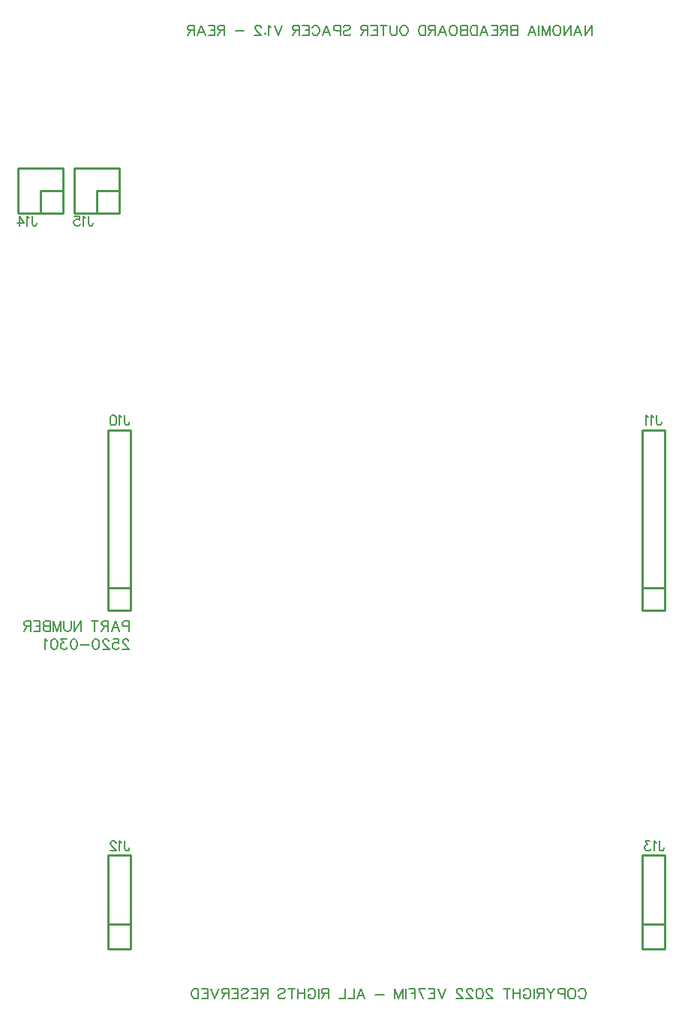
<source format=gbo>
G04 Layer: BottomSilkscreenLayer*
G04 EasyEDA v6.5.34, 2023-08-21 18:11:39*
G04 c862416320f94afeacbf5464a4b7dd8e,5a6b42c53f6a479593ecc07194224c93,10*
G04 Gerber Generator version 0.2*
G04 Scale: 100 percent, Rotated: No, Reflected: No *
G04 Dimensions in millimeters *
G04 leading zeros omitted , absolute positions ,4 integer and 5 decimal *
%FSLAX45Y45*%
%MOMM*%

%ADD10C,0.2032*%
%ADD11C,0.2030*%
%ADD12C,0.1524*%
%ADD13C,0.2540*%

%LPD*%
D10*
X6858000Y11893989D02*
G01*
X6858000Y11779445D01*
X6858000Y11893989D02*
G01*
X6781637Y11779445D01*
X6781637Y11893989D02*
G01*
X6781637Y11779445D01*
X6702000Y11893989D02*
G01*
X6745635Y11779445D01*
X6702000Y11893989D02*
G01*
X6658363Y11779445D01*
X6729272Y11817626D02*
G01*
X6674728Y11817626D01*
X6622364Y11893989D02*
G01*
X6622364Y11779445D01*
X6622364Y11893989D02*
G01*
X6546001Y11779445D01*
X6546001Y11893989D02*
G01*
X6546001Y11779445D01*
X6477274Y11893989D02*
G01*
X6488183Y11888536D01*
X6499090Y11877626D01*
X6504546Y11866717D01*
X6509999Y11850354D01*
X6509999Y11823082D01*
X6504546Y11806717D01*
X6499090Y11795808D01*
X6488183Y11784898D01*
X6477274Y11779445D01*
X6455455Y11779445D01*
X6444546Y11784898D01*
X6433637Y11795808D01*
X6428183Y11806717D01*
X6422727Y11823082D01*
X6422727Y11850354D01*
X6428183Y11866717D01*
X6433637Y11877626D01*
X6444546Y11888536D01*
X6455455Y11893989D01*
X6477274Y11893989D01*
X6386728Y11893989D02*
G01*
X6386728Y11779445D01*
X6386728Y11893989D02*
G01*
X6343091Y11779445D01*
X6299456Y11893989D02*
G01*
X6343091Y11779445D01*
X6299456Y11893989D02*
G01*
X6299456Y11779445D01*
X6263454Y11893989D02*
G01*
X6263454Y11779445D01*
X6183820Y11893989D02*
G01*
X6227455Y11779445D01*
X6183820Y11893989D02*
G01*
X6140183Y11779445D01*
X6211092Y11817626D02*
G01*
X6156545Y11817626D01*
X6020183Y11893989D02*
G01*
X6020183Y11779445D01*
X6020183Y11893989D02*
G01*
X5971092Y11893989D01*
X5954730Y11888536D01*
X5949274Y11883082D01*
X5943820Y11872173D01*
X5943820Y11861264D01*
X5949274Y11850354D01*
X5954730Y11844898D01*
X5971092Y11839445D01*
X6020183Y11839445D02*
G01*
X5971092Y11839445D01*
X5954730Y11833989D01*
X5949274Y11828536D01*
X5943820Y11817626D01*
X5943820Y11801264D01*
X5949274Y11790354D01*
X5954730Y11784898D01*
X5971092Y11779445D01*
X6020183Y11779445D01*
X5907819Y11893989D02*
G01*
X5907819Y11779445D01*
X5907819Y11893989D02*
G01*
X5858728Y11893989D01*
X5842365Y11888536D01*
X5836912Y11883082D01*
X5831456Y11872173D01*
X5831456Y11861264D01*
X5836912Y11850354D01*
X5842365Y11844898D01*
X5858728Y11839445D01*
X5907819Y11839445D01*
X5869637Y11839445D02*
G01*
X5831456Y11779445D01*
X5795457Y11893989D02*
G01*
X5795457Y11779445D01*
X5795457Y11893989D02*
G01*
X5724547Y11893989D01*
X5795457Y11839445D02*
G01*
X5751819Y11839445D01*
X5795457Y11779445D02*
G01*
X5724547Y11779445D01*
X5644911Y11893989D02*
G01*
X5688548Y11779445D01*
X5644911Y11893989D02*
G01*
X5601274Y11779445D01*
X5672183Y11817626D02*
G01*
X5617639Y11817626D01*
X5565274Y11893989D02*
G01*
X5565274Y11779445D01*
X5565274Y11893989D02*
G01*
X5527093Y11893989D01*
X5510730Y11888536D01*
X5499821Y11877626D01*
X5494365Y11866717D01*
X5488912Y11850354D01*
X5488912Y11823082D01*
X5494365Y11806717D01*
X5499821Y11795808D01*
X5510730Y11784898D01*
X5527093Y11779445D01*
X5565274Y11779445D01*
X5452912Y11893989D02*
G01*
X5452912Y11779445D01*
X5452912Y11893989D02*
G01*
X5403822Y11893989D01*
X5387456Y11888536D01*
X5382003Y11883082D01*
X5376547Y11872173D01*
X5376547Y11861264D01*
X5382003Y11850354D01*
X5387456Y11844898D01*
X5403822Y11839445D01*
X5452912Y11839445D02*
G01*
X5403822Y11839445D01*
X5387456Y11833989D01*
X5382003Y11828536D01*
X5376547Y11817626D01*
X5376547Y11801264D01*
X5382003Y11790354D01*
X5387456Y11784898D01*
X5403822Y11779445D01*
X5452912Y11779445D01*
X5307820Y11893989D02*
G01*
X5318729Y11888536D01*
X5329638Y11877626D01*
X5335094Y11866717D01*
X5340548Y11850354D01*
X5340548Y11823082D01*
X5335094Y11806717D01*
X5329638Y11795808D01*
X5318729Y11784898D01*
X5307820Y11779445D01*
X5286004Y11779445D01*
X5275094Y11784898D01*
X5264185Y11795808D01*
X5258729Y11806717D01*
X5253276Y11823082D01*
X5253276Y11850354D01*
X5258729Y11866717D01*
X5264185Y11877626D01*
X5275094Y11888536D01*
X5286004Y11893989D01*
X5307820Y11893989D01*
X5173639Y11893989D02*
G01*
X5217276Y11779445D01*
X5173639Y11893989D02*
G01*
X5130002Y11779445D01*
X5200911Y11817626D02*
G01*
X5146367Y11817626D01*
X5094003Y11893989D02*
G01*
X5094003Y11779445D01*
X5094003Y11893989D02*
G01*
X5044912Y11893989D01*
X5028549Y11888536D01*
X5023093Y11883082D01*
X5017640Y11872173D01*
X5017640Y11861264D01*
X5023093Y11850354D01*
X5028549Y11844898D01*
X5044912Y11839445D01*
X5094003Y11839445D01*
X5055821Y11839445D02*
G01*
X5017640Y11779445D01*
X4981641Y11893989D02*
G01*
X4981641Y11779445D01*
X4981641Y11893989D02*
G01*
X4943457Y11893989D01*
X4927094Y11888536D01*
X4916185Y11877626D01*
X4910731Y11866717D01*
X4905275Y11850354D01*
X4905275Y11823082D01*
X4910731Y11806717D01*
X4916185Y11795808D01*
X4927094Y11784898D01*
X4943457Y11779445D01*
X4981641Y11779445D01*
X4752550Y11893989D02*
G01*
X4763457Y11888536D01*
X4774366Y11877626D01*
X4779822Y11866717D01*
X4785276Y11850354D01*
X4785276Y11823082D01*
X4779822Y11806717D01*
X4774366Y11795808D01*
X4763457Y11784898D01*
X4752550Y11779445D01*
X4730732Y11779445D01*
X4719822Y11784898D01*
X4708913Y11795808D01*
X4703457Y11806717D01*
X4698004Y11823082D01*
X4698004Y11850354D01*
X4703457Y11866717D01*
X4708913Y11877626D01*
X4719822Y11888536D01*
X4730732Y11893989D01*
X4752550Y11893989D01*
X4662004Y11893989D02*
G01*
X4662004Y11812173D01*
X4656548Y11795808D01*
X4645639Y11784898D01*
X4629277Y11779445D01*
X4618367Y11779445D01*
X4602005Y11784898D01*
X4591095Y11795808D01*
X4585639Y11812173D01*
X4585639Y11893989D01*
X4511459Y11893989D02*
G01*
X4511459Y11779445D01*
X4549640Y11893989D02*
G01*
X4473277Y11893989D01*
X4437278Y11893989D02*
G01*
X4437278Y11779445D01*
X4437278Y11893989D02*
G01*
X4366369Y11893989D01*
X4437278Y11839445D02*
G01*
X4393641Y11839445D01*
X4437278Y11779445D02*
G01*
X4366369Y11779445D01*
X4330369Y11893989D02*
G01*
X4330369Y11779445D01*
X4330369Y11893989D02*
G01*
X4281276Y11893989D01*
X4264913Y11888536D01*
X4259460Y11883082D01*
X4254004Y11872173D01*
X4254004Y11861264D01*
X4259460Y11850354D01*
X4264913Y11844898D01*
X4281276Y11839445D01*
X4330369Y11839445D01*
X4292185Y11839445D02*
G01*
X4254004Y11779445D01*
X4057642Y11877626D02*
G01*
X4068551Y11888536D01*
X4084914Y11893989D01*
X4106732Y11893989D01*
X4123095Y11888536D01*
X4134004Y11877626D01*
X4134004Y11866717D01*
X4128551Y11855808D01*
X4123095Y11850354D01*
X4112186Y11844898D01*
X4079460Y11833989D01*
X4068551Y11828536D01*
X4063095Y11823082D01*
X4057642Y11812173D01*
X4057642Y11795808D01*
X4068551Y11784898D01*
X4084914Y11779445D01*
X4106732Y11779445D01*
X4123095Y11784898D01*
X4134004Y11795808D01*
X4021642Y11893989D02*
G01*
X4021642Y11779445D01*
X4021642Y11893989D02*
G01*
X3972552Y11893989D01*
X3956187Y11888536D01*
X3950733Y11883082D01*
X3945277Y11872173D01*
X3945277Y11855808D01*
X3950733Y11844898D01*
X3956187Y11839445D01*
X3972552Y11833989D01*
X4021642Y11833989D01*
X3865641Y11893989D02*
G01*
X3909278Y11779445D01*
X3865641Y11893989D02*
G01*
X3822006Y11779445D01*
X3892915Y11817626D02*
G01*
X3838369Y11817626D01*
X3704188Y11866717D02*
G01*
X3709642Y11877626D01*
X3720551Y11888536D01*
X3731460Y11893989D01*
X3753279Y11893989D01*
X3764188Y11888536D01*
X3775097Y11877626D01*
X3780551Y11866717D01*
X3786007Y11850354D01*
X3786007Y11823082D01*
X3780551Y11806717D01*
X3775097Y11795808D01*
X3764188Y11784898D01*
X3753279Y11779445D01*
X3731460Y11779445D01*
X3720551Y11784898D01*
X3709642Y11795808D01*
X3704188Y11806717D01*
X3668189Y11893989D02*
G01*
X3668189Y11779445D01*
X3668189Y11893989D02*
G01*
X3597280Y11893989D01*
X3668189Y11839445D02*
G01*
X3624552Y11839445D01*
X3668189Y11779445D02*
G01*
X3597280Y11779445D01*
X3561278Y11893989D02*
G01*
X3561278Y11779445D01*
X3561278Y11893989D02*
G01*
X3512187Y11893989D01*
X3495824Y11888536D01*
X3490371Y11883082D01*
X3484915Y11872173D01*
X3484915Y11861264D01*
X3490371Y11850354D01*
X3495824Y11844898D01*
X3512187Y11839445D01*
X3561278Y11839445D01*
X3523096Y11839445D02*
G01*
X3484915Y11779445D01*
X3364915Y11893989D02*
G01*
X3321278Y11779445D01*
X3277643Y11893989D02*
G01*
X3321278Y11779445D01*
X3241644Y11872173D02*
G01*
X3230735Y11877626D01*
X3214370Y11893989D01*
X3214370Y11779445D01*
X3172917Y11806717D02*
G01*
X3178370Y11801264D01*
X3172917Y11795808D01*
X3167461Y11801264D01*
X3172917Y11806717D01*
X3126008Y11866717D02*
G01*
X3126008Y11872173D01*
X3120552Y11883082D01*
X3115099Y11888536D01*
X3104189Y11893989D01*
X3082371Y11893989D01*
X3071461Y11888536D01*
X3066008Y11883082D01*
X3060552Y11872173D01*
X3060552Y11861264D01*
X3066008Y11850354D01*
X3076917Y11833989D01*
X3131461Y11779445D01*
X3055099Y11779445D01*
X2935099Y11828536D02*
G01*
X2836918Y11828536D01*
X2716918Y11893989D02*
G01*
X2716918Y11779445D01*
X2716918Y11893989D02*
G01*
X2667825Y11893989D01*
X2651462Y11888536D01*
X2646009Y11883082D01*
X2640553Y11872173D01*
X2640553Y11861264D01*
X2646009Y11850354D01*
X2651462Y11844898D01*
X2667825Y11839445D01*
X2716918Y11839445D01*
X2678734Y11839445D02*
G01*
X2640553Y11779445D01*
X2604554Y11893989D02*
G01*
X2604554Y11779445D01*
X2604554Y11893989D02*
G01*
X2533644Y11893989D01*
X2604554Y11839445D02*
G01*
X2560916Y11839445D01*
X2604554Y11779445D02*
G01*
X2533644Y11779445D01*
X2454008Y11893989D02*
G01*
X2497645Y11779445D01*
X2454008Y11893989D02*
G01*
X2410373Y11779445D01*
X2481280Y11817626D02*
G01*
X2426736Y11817626D01*
X2374371Y11893989D02*
G01*
X2374371Y11779445D01*
X2374371Y11893989D02*
G01*
X2325281Y11893989D01*
X2308918Y11888536D01*
X2303462Y11883082D01*
X2298009Y11872173D01*
X2298009Y11861264D01*
X2303462Y11850354D01*
X2308918Y11844898D01*
X2325281Y11839445D01*
X2374371Y11839445D01*
X2336190Y11839445D02*
G01*
X2298009Y11779445D01*
X1638350Y5175689D02*
G01*
X1638350Y5061145D01*
X1638350Y5175689D02*
G01*
X1589260Y5175689D01*
X1572897Y5170236D01*
X1567441Y5164782D01*
X1561988Y5153873D01*
X1561988Y5137508D01*
X1567441Y5126599D01*
X1572897Y5121145D01*
X1589260Y5115689D01*
X1638350Y5115689D01*
X1482351Y5175689D02*
G01*
X1525986Y5061145D01*
X1482351Y5175689D02*
G01*
X1438714Y5061145D01*
X1509623Y5099326D02*
G01*
X1455079Y5099326D01*
X1402714Y5175689D02*
G01*
X1402714Y5061145D01*
X1402714Y5175689D02*
G01*
X1353624Y5175689D01*
X1337261Y5170236D01*
X1331805Y5164782D01*
X1326352Y5153873D01*
X1326352Y5142964D01*
X1331805Y5132054D01*
X1337261Y5126599D01*
X1353624Y5121145D01*
X1402714Y5121145D01*
X1364533Y5121145D02*
G01*
X1326352Y5061145D01*
X1252169Y5175689D02*
G01*
X1252169Y5061145D01*
X1290351Y5175689D02*
G01*
X1213987Y5175689D01*
X1093988Y5175689D02*
G01*
X1093988Y5061145D01*
X1093988Y5175689D02*
G01*
X1017625Y5061145D01*
X1017625Y5175689D02*
G01*
X1017625Y5061145D01*
X981623Y5175689D02*
G01*
X981623Y5093873D01*
X976170Y5077508D01*
X965260Y5066599D01*
X948898Y5061145D01*
X937988Y5061145D01*
X921623Y5066599D01*
X910717Y5077508D01*
X905261Y5093873D01*
X905261Y5175689D01*
X869261Y5175689D02*
G01*
X869261Y5061145D01*
X869261Y5175689D02*
G01*
X825624Y5061145D01*
X781989Y5175689D02*
G01*
X825624Y5061145D01*
X781989Y5175689D02*
G01*
X781989Y5061145D01*
X745987Y5175689D02*
G01*
X745987Y5061145D01*
X745987Y5175689D02*
G01*
X696897Y5175689D01*
X680534Y5170236D01*
X675081Y5164782D01*
X669625Y5153873D01*
X669625Y5142964D01*
X675081Y5132054D01*
X680534Y5126599D01*
X696897Y5121145D01*
X745987Y5121145D02*
G01*
X696897Y5121145D01*
X680534Y5115689D01*
X675081Y5110236D01*
X669625Y5099326D01*
X669625Y5082964D01*
X675081Y5072054D01*
X680534Y5066599D01*
X696897Y5061145D01*
X745987Y5061145D01*
X633625Y5175689D02*
G01*
X633625Y5061145D01*
X633625Y5175689D02*
G01*
X562716Y5175689D01*
X633625Y5121145D02*
G01*
X589988Y5121145D01*
X633625Y5061145D02*
G01*
X562716Y5061145D01*
X526717Y5175689D02*
G01*
X526717Y5061145D01*
X526717Y5175689D02*
G01*
X477626Y5175689D01*
X461261Y5170236D01*
X455808Y5164782D01*
X450352Y5153873D01*
X450352Y5142964D01*
X455808Y5132054D01*
X461261Y5126599D01*
X477626Y5121145D01*
X526717Y5121145D01*
X488535Y5121145D02*
G01*
X450352Y5061145D01*
D11*
X6712706Y1003543D02*
G01*
X6718162Y1014453D01*
X6729069Y1025362D01*
X6739978Y1030818D01*
X6761797Y1030818D01*
X6772706Y1025362D01*
X6783616Y1014453D01*
X6789072Y1003543D01*
X6794525Y987181D01*
X6794525Y959909D01*
X6789072Y943543D01*
X6783616Y932634D01*
X6772706Y921725D01*
X6761797Y916271D01*
X6739978Y916271D01*
X6729069Y921725D01*
X6718162Y932634D01*
X6712706Y943543D01*
X6643979Y1030818D02*
G01*
X6654888Y1025362D01*
X6665798Y1014453D01*
X6671251Y1003543D01*
X6676707Y987181D01*
X6676707Y959909D01*
X6671251Y943543D01*
X6665798Y932634D01*
X6654888Y921725D01*
X6643979Y916271D01*
X6622161Y916271D01*
X6611251Y921725D01*
X6600342Y932634D01*
X6594889Y943543D01*
X6589435Y959909D01*
X6589435Y987181D01*
X6594889Y1003543D01*
X6600342Y1014453D01*
X6611251Y1025362D01*
X6622161Y1030818D01*
X6643979Y1030818D01*
X6553433Y1030818D02*
G01*
X6553433Y916271D01*
X6553433Y1030818D02*
G01*
X6504343Y1030818D01*
X6487980Y1025362D01*
X6482524Y1019909D01*
X6477071Y1008999D01*
X6477071Y992634D01*
X6482524Y981725D01*
X6487980Y976271D01*
X6504343Y970818D01*
X6553433Y970818D01*
X6441071Y1030818D02*
G01*
X6397434Y976271D01*
X6397434Y916271D01*
X6353797Y1030818D02*
G01*
X6397434Y976271D01*
X6317797Y1030818D02*
G01*
X6317797Y916271D01*
X6317797Y1030818D02*
G01*
X6268707Y1030818D01*
X6252344Y1025362D01*
X6246888Y1019909D01*
X6241435Y1008999D01*
X6241435Y998090D01*
X6246888Y987181D01*
X6252344Y981725D01*
X6268707Y976271D01*
X6317797Y976271D01*
X6279616Y976271D02*
G01*
X6241435Y916271D01*
X6205433Y1030818D02*
G01*
X6205433Y916271D01*
X6087615Y1003543D02*
G01*
X6093071Y1014453D01*
X6103980Y1025362D01*
X6114889Y1030818D01*
X6136706Y1030818D01*
X6147615Y1025362D01*
X6158524Y1014453D01*
X6163980Y1003543D01*
X6169433Y987181D01*
X6169433Y959909D01*
X6163980Y943543D01*
X6158524Y932634D01*
X6147615Y921725D01*
X6136706Y916271D01*
X6114889Y916271D01*
X6103980Y921725D01*
X6093071Y932634D01*
X6087615Y943543D01*
X6087615Y959909D01*
X6114889Y959909D02*
G01*
X6087615Y959909D01*
X6051616Y1030818D02*
G01*
X6051616Y916271D01*
X5975253Y1030818D02*
G01*
X5975253Y916271D01*
X6051616Y976271D02*
G01*
X5975253Y976271D01*
X5901070Y1030818D02*
G01*
X5901070Y916271D01*
X5939251Y1030818D02*
G01*
X5862888Y1030818D01*
X5737433Y1003543D02*
G01*
X5737433Y1008999D01*
X5731979Y1019909D01*
X5726526Y1025362D01*
X5715617Y1030818D01*
X5693798Y1030818D01*
X5682889Y1025362D01*
X5677433Y1019909D01*
X5671980Y1008999D01*
X5671980Y998090D01*
X5677433Y987181D01*
X5688342Y970818D01*
X5742889Y916271D01*
X5666526Y916271D01*
X5597799Y1030818D02*
G01*
X5614161Y1025362D01*
X5625071Y1008999D01*
X5630524Y981725D01*
X5630524Y965362D01*
X5625071Y938090D01*
X5614161Y921725D01*
X5597799Y916271D01*
X5586890Y916271D01*
X5570524Y921725D01*
X5559615Y938090D01*
X5554162Y965362D01*
X5554162Y981725D01*
X5559615Y1008999D01*
X5570524Y1025362D01*
X5586890Y1030818D01*
X5597799Y1030818D01*
X5512706Y1003543D02*
G01*
X5512706Y1008999D01*
X5507253Y1019909D01*
X5501797Y1025362D01*
X5490888Y1030818D01*
X5469072Y1030818D01*
X5458162Y1025362D01*
X5452706Y1019909D01*
X5447253Y1008999D01*
X5447253Y998090D01*
X5452706Y987181D01*
X5463616Y970818D01*
X5518162Y916271D01*
X5441797Y916271D01*
X5400344Y1003543D02*
G01*
X5400344Y1008999D01*
X5394888Y1019909D01*
X5389435Y1025362D01*
X5378526Y1030818D01*
X5356707Y1030818D01*
X5345798Y1025362D01*
X5340342Y1019909D01*
X5334888Y1008999D01*
X5334888Y998090D01*
X5340342Y987181D01*
X5351251Y970818D01*
X5405798Y916271D01*
X5329435Y916271D01*
X5209433Y1030818D02*
G01*
X5165798Y916271D01*
X5122161Y1030818D02*
G01*
X5165798Y916271D01*
X5086162Y1030818D02*
G01*
X5086162Y916271D01*
X5086162Y1030818D02*
G01*
X5015252Y1030818D01*
X5086162Y976271D02*
G01*
X5042524Y976271D01*
X5086162Y916271D02*
G01*
X5015252Y916271D01*
X4902888Y1030818D02*
G01*
X4957434Y916271D01*
X4979253Y1030818D02*
G01*
X4902888Y1030818D01*
X4866888Y1030818D02*
G01*
X4866888Y916271D01*
X4866888Y1030818D02*
G01*
X4795979Y1030818D01*
X4866888Y976271D02*
G01*
X4823251Y976271D01*
X4759980Y1030818D02*
G01*
X4759980Y916271D01*
X4723980Y1030818D02*
G01*
X4723980Y916271D01*
X4723980Y1030818D02*
G01*
X4680343Y916271D01*
X4636706Y1030818D02*
G01*
X4680343Y916271D01*
X4636706Y1030818D02*
G01*
X4636706Y916271D01*
X4516706Y965362D02*
G01*
X4418525Y965362D01*
X4254888Y1030818D02*
G01*
X4298525Y916271D01*
X4254888Y1030818D02*
G01*
X4211251Y916271D01*
X4282160Y954453D02*
G01*
X4227616Y954453D01*
X4175252Y1030818D02*
G01*
X4175252Y916271D01*
X4175252Y916271D02*
G01*
X4109798Y916271D01*
X4073799Y1030818D02*
G01*
X4073799Y916271D01*
X4073799Y916271D02*
G01*
X4008343Y916271D01*
X3888343Y1030818D02*
G01*
X3888343Y916271D01*
X3888343Y1030818D02*
G01*
X3839253Y1030818D01*
X3822887Y1025362D01*
X3817434Y1019909D01*
X3811981Y1008999D01*
X3811981Y998090D01*
X3817434Y987181D01*
X3822887Y981725D01*
X3839253Y976271D01*
X3888343Y976271D01*
X3850162Y976271D02*
G01*
X3811981Y916271D01*
X3775979Y1030818D02*
G01*
X3775979Y916271D01*
X3658161Y1003543D02*
G01*
X3663617Y1014453D01*
X3674526Y1025362D01*
X3685433Y1030818D01*
X3707251Y1030818D01*
X3718161Y1025362D01*
X3729070Y1014453D01*
X3734526Y1003543D01*
X3739979Y987181D01*
X3739979Y959909D01*
X3734526Y943543D01*
X3729070Y932634D01*
X3718161Y921725D01*
X3707251Y916271D01*
X3685433Y916271D01*
X3674526Y921725D01*
X3663617Y932634D01*
X3658161Y943543D01*
X3658161Y959909D01*
X3685433Y959909D02*
G01*
X3658161Y959909D01*
X3622161Y1030818D02*
G01*
X3622161Y916271D01*
X3545799Y1030818D02*
G01*
X3545799Y916271D01*
X3622161Y976271D02*
G01*
X3545799Y976271D01*
X3471616Y1030818D02*
G01*
X3471616Y916271D01*
X3509797Y1030818D02*
G01*
X3433434Y1030818D01*
X3321070Y1014453D02*
G01*
X3331979Y1025362D01*
X3348344Y1030818D01*
X3370160Y1030818D01*
X3386526Y1025362D01*
X3397435Y1014453D01*
X3397435Y1003543D01*
X3391979Y992634D01*
X3386526Y987181D01*
X3375616Y981725D01*
X3342888Y970818D01*
X3331979Y965362D01*
X3326526Y959909D01*
X3321070Y948999D01*
X3321070Y932634D01*
X3331979Y921725D01*
X3348344Y916271D01*
X3370160Y916271D01*
X3386526Y921725D01*
X3397435Y932634D01*
X3201070Y1030818D02*
G01*
X3201070Y916271D01*
X3201070Y1030818D02*
G01*
X3151979Y1030818D01*
X3135617Y1025362D01*
X3130161Y1019909D01*
X3124708Y1008999D01*
X3124708Y998090D01*
X3130161Y987181D01*
X3135617Y981725D01*
X3151979Y976271D01*
X3201070Y976271D01*
X3162889Y976271D02*
G01*
X3124708Y916271D01*
X3088706Y1030818D02*
G01*
X3088706Y916271D01*
X3088706Y1030818D02*
G01*
X3017796Y1030818D01*
X3088706Y976271D02*
G01*
X3045071Y976271D01*
X3088706Y916271D02*
G01*
X3017796Y916271D01*
X2905434Y1014453D02*
G01*
X2916344Y1025362D01*
X2932706Y1030818D01*
X2954525Y1030818D01*
X2970888Y1025362D01*
X2981797Y1014453D01*
X2981797Y1003543D01*
X2976344Y992634D01*
X2970888Y987181D01*
X2959978Y981725D01*
X2927253Y970818D01*
X2916344Y965362D01*
X2910888Y959909D01*
X2905434Y948999D01*
X2905434Y932634D01*
X2916344Y921725D01*
X2932706Y916271D01*
X2954525Y916271D01*
X2970888Y921725D01*
X2981797Y932634D01*
X2869435Y1030818D02*
G01*
X2869435Y916271D01*
X2869435Y1030818D02*
G01*
X2798526Y1030818D01*
X2869435Y976271D02*
G01*
X2825798Y976271D01*
X2869435Y916271D02*
G01*
X2798526Y916271D01*
X2762524Y1030818D02*
G01*
X2762524Y916271D01*
X2762524Y1030818D02*
G01*
X2713433Y1030818D01*
X2697071Y1025362D01*
X2691615Y1019909D01*
X2686161Y1008999D01*
X2686161Y998090D01*
X2691615Y987181D01*
X2697071Y981725D01*
X2713433Y976271D01*
X2762524Y976271D01*
X2724343Y976271D02*
G01*
X2686161Y916271D01*
X2650162Y1030818D02*
G01*
X2606525Y916271D01*
X2562887Y1030818D02*
G01*
X2606525Y916271D01*
X2526888Y1030818D02*
G01*
X2526888Y916271D01*
X2526888Y1030818D02*
G01*
X2455979Y1030818D01*
X2526888Y976271D02*
G01*
X2483253Y976271D01*
X2526888Y916271D02*
G01*
X2455979Y916271D01*
X2419979Y1030818D02*
G01*
X2419979Y916271D01*
X2419979Y1030818D02*
G01*
X2381798Y1030818D01*
X2365433Y1025362D01*
X2354526Y1014453D01*
X2349070Y1003543D01*
X2343617Y987181D01*
X2343617Y959909D01*
X2349070Y943543D01*
X2354526Y932634D01*
X2365433Y921725D01*
X2381798Y916271D01*
X2419979Y916271D01*
D10*
X1632846Y4945217D02*
G01*
X1632846Y4950673D01*
X1627390Y4961582D01*
X1621937Y4967036D01*
X1611028Y4972489D01*
X1589209Y4972489D01*
X1578300Y4967036D01*
X1572846Y4961582D01*
X1567390Y4950673D01*
X1567390Y4939764D01*
X1572846Y4928854D01*
X1583753Y4912489D01*
X1638300Y4857945D01*
X1561937Y4857945D01*
X1460482Y4972489D02*
G01*
X1515028Y4972489D01*
X1520482Y4923399D01*
X1515028Y4928854D01*
X1498663Y4934308D01*
X1482300Y4934308D01*
X1465935Y4928854D01*
X1455028Y4917945D01*
X1449572Y4901582D01*
X1449572Y4890673D01*
X1455028Y4874308D01*
X1465935Y4863399D01*
X1482300Y4857945D01*
X1498663Y4857945D01*
X1515028Y4863399D01*
X1520482Y4868854D01*
X1525935Y4879764D01*
X1408117Y4945217D02*
G01*
X1408117Y4950673D01*
X1402664Y4961582D01*
X1397210Y4967036D01*
X1386301Y4972489D01*
X1364482Y4972489D01*
X1353573Y4967036D01*
X1348117Y4961582D01*
X1342664Y4950673D01*
X1342664Y4939764D01*
X1348117Y4928854D01*
X1359027Y4912489D01*
X1413573Y4857945D01*
X1337210Y4857945D01*
X1268483Y4972489D02*
G01*
X1284846Y4967036D01*
X1295755Y4950673D01*
X1301208Y4923399D01*
X1301208Y4907036D01*
X1295755Y4879764D01*
X1284846Y4863399D01*
X1268483Y4857945D01*
X1257574Y4857945D01*
X1241209Y4863399D01*
X1230300Y4879764D01*
X1224846Y4907036D01*
X1224846Y4923399D01*
X1230300Y4950673D01*
X1241209Y4967036D01*
X1257574Y4972489D01*
X1268483Y4972489D01*
X1188846Y4907036D02*
G01*
X1090665Y4907036D01*
X1021938Y4972489D02*
G01*
X1038301Y4967036D01*
X1049210Y4950673D01*
X1054663Y4923399D01*
X1054663Y4907036D01*
X1049210Y4879764D01*
X1038301Y4863399D01*
X1021938Y4857945D01*
X1011029Y4857945D01*
X994663Y4863399D01*
X983754Y4879764D01*
X978301Y4907036D01*
X978301Y4923399D01*
X983754Y4950673D01*
X994663Y4967036D01*
X1011029Y4972489D01*
X1021938Y4972489D01*
X931392Y4972489D02*
G01*
X871392Y4972489D01*
X904120Y4928854D01*
X887755Y4928854D01*
X876846Y4923399D01*
X871392Y4917945D01*
X865936Y4901582D01*
X865936Y4890673D01*
X871392Y4874308D01*
X882302Y4863399D01*
X898664Y4857945D01*
X915029Y4857945D01*
X931392Y4863399D01*
X936845Y4868854D01*
X942301Y4879764D01*
X797212Y4972489D02*
G01*
X813574Y4967036D01*
X824484Y4950673D01*
X829937Y4923399D01*
X829937Y4907036D01*
X824484Y4879764D01*
X813574Y4863399D01*
X797212Y4857945D01*
X786302Y4857945D01*
X769937Y4863399D01*
X759028Y4879764D01*
X753574Y4907036D01*
X753574Y4923399D01*
X759028Y4950673D01*
X769937Y4967036D01*
X786302Y4972489D01*
X797212Y4972489D01*
X717575Y4950673D02*
G01*
X706666Y4956126D01*
X690300Y4972489D01*
X690300Y4857945D01*
D12*
X544941Y9741938D02*
G01*
X544941Y9658812D01*
X550138Y9643224D01*
X555332Y9638029D01*
X565724Y9632835D01*
X576115Y9632835D01*
X586506Y9638029D01*
X591703Y9643224D01*
X596897Y9658812D01*
X596897Y9669203D01*
X510651Y9721156D02*
G01*
X500263Y9726353D01*
X484675Y9741938D01*
X484675Y9632835D01*
X398432Y9741938D02*
G01*
X450385Y9669203D01*
X372452Y9669203D01*
X398432Y9741938D02*
G01*
X398432Y9632835D01*
X1179941Y9741938D02*
G01*
X1179941Y9658812D01*
X1185138Y9643224D01*
X1190332Y9638029D01*
X1200724Y9632835D01*
X1211115Y9632835D01*
X1221506Y9638029D01*
X1226703Y9643224D01*
X1231897Y9658812D01*
X1231897Y9669203D01*
X1145651Y9721156D02*
G01*
X1135263Y9726353D01*
X1119675Y9741938D01*
X1119675Y9632835D01*
X1023040Y9741938D02*
G01*
X1074994Y9741938D01*
X1080190Y9695179D01*
X1074994Y9700374D01*
X1059408Y9705571D01*
X1043823Y9705571D01*
X1028235Y9700374D01*
X1017844Y9689985D01*
X1012649Y9674397D01*
X1012649Y9664006D01*
X1017844Y9648421D01*
X1028235Y9638029D01*
X1043823Y9632835D01*
X1059408Y9632835D01*
X1074994Y9638029D01*
X1080190Y9643224D01*
X1085385Y9653615D01*
X7622374Y2693438D02*
G01*
X7622374Y2610312D01*
X7627571Y2594724D01*
X7632766Y2589529D01*
X7643157Y2584335D01*
X7653548Y2584335D01*
X7663939Y2589529D01*
X7669136Y2594724D01*
X7674330Y2610312D01*
X7674330Y2620703D01*
X7588084Y2672656D02*
G01*
X7577696Y2677853D01*
X7562108Y2693438D01*
X7562108Y2584335D01*
X7517427Y2693438D02*
G01*
X7460277Y2693438D01*
X7491450Y2651874D01*
X7475865Y2651874D01*
X7465474Y2646679D01*
X7460277Y2641485D01*
X7455082Y2625897D01*
X7455082Y2615506D01*
X7460277Y2599921D01*
X7470668Y2589529D01*
X7486256Y2584335D01*
X7501841Y2584335D01*
X7517427Y2589529D01*
X7522624Y2594724D01*
X7527818Y2605115D01*
X7593444Y7494038D02*
G01*
X7593444Y7410912D01*
X7598641Y7395324D01*
X7603835Y7390129D01*
X7614226Y7384935D01*
X7624617Y7384935D01*
X7635008Y7390129D01*
X7640205Y7395324D01*
X7645400Y7410912D01*
X7645400Y7421303D01*
X7559154Y7473256D02*
G01*
X7548765Y7478453D01*
X7533177Y7494038D01*
X7533177Y7384935D01*
X7498887Y7473256D02*
G01*
X7488496Y7478453D01*
X7472911Y7494038D01*
X7472911Y7384935D01*
X1589844Y7494038D02*
G01*
X1589844Y7410912D01*
X1595041Y7395324D01*
X1600235Y7390129D01*
X1610626Y7384935D01*
X1621017Y7384935D01*
X1631408Y7390129D01*
X1636605Y7395324D01*
X1641800Y7410912D01*
X1641800Y7421303D01*
X1555554Y7473256D02*
G01*
X1545165Y7478453D01*
X1529577Y7494038D01*
X1529577Y7384935D01*
X1464114Y7494038D02*
G01*
X1479702Y7488844D01*
X1490093Y7473256D01*
X1495287Y7447279D01*
X1495287Y7431694D01*
X1490093Y7405715D01*
X1479702Y7390129D01*
X1464114Y7384935D01*
X1453725Y7384935D01*
X1438137Y7390129D01*
X1427746Y7405715D01*
X1422552Y7431694D01*
X1422552Y7447279D01*
X1427746Y7473256D01*
X1438137Y7488844D01*
X1453725Y7494038D01*
X1464114Y7494038D01*
X1589844Y2693438D02*
G01*
X1589844Y2610312D01*
X1595041Y2594724D01*
X1600235Y2589529D01*
X1610626Y2584335D01*
X1621017Y2584335D01*
X1631408Y2589529D01*
X1636605Y2594724D01*
X1641800Y2610312D01*
X1641800Y2620703D01*
X1555554Y2672656D02*
G01*
X1545165Y2677853D01*
X1529577Y2693438D01*
X1529577Y2584335D01*
X1490093Y2667462D02*
G01*
X1490093Y2672656D01*
X1484896Y2683047D01*
X1479702Y2688244D01*
X1469311Y2693438D01*
X1448528Y2693438D01*
X1438137Y2688244D01*
X1432943Y2683047D01*
X1427746Y2672656D01*
X1427746Y2662265D01*
X1432943Y2651874D01*
X1443334Y2636288D01*
X1495287Y2584335D01*
X1422552Y2584335D01*
D13*
X888997Y10287000D02*
G01*
X380997Y10287000D01*
X380997Y9779000D01*
X888997Y9779000D01*
X888997Y10287000D01*
X888997Y10033000D02*
G01*
X634997Y10033000D01*
X634997Y9779000D01*
X1523997Y10287000D02*
G01*
X1015997Y10287000D01*
X1015997Y9779000D01*
X1523997Y9779000D01*
X1523997Y10287000D01*
X1523997Y10033000D02*
G01*
X1269997Y10033000D01*
X1269997Y9779000D01*
X7687033Y2535598D02*
G01*
X7433033Y2535598D01*
X7687033Y1477596D02*
G01*
X7687033Y2535598D01*
X7687033Y1754949D02*
G01*
X7433033Y1754949D01*
X7433033Y1477596D02*
G01*
X7433033Y2535598D01*
X7687033Y1477596D02*
G01*
X7433033Y1477596D01*
X7679895Y7327884D02*
G01*
X7425895Y7327884D01*
X7425895Y5295889D01*
X7679895Y5295889D01*
X7679895Y7327884D01*
X7679895Y5552239D02*
G01*
X7425895Y5552239D01*
X1654497Y7327884D02*
G01*
X1400497Y7327884D01*
X1400497Y5295889D01*
X1654497Y5295889D01*
X1654497Y7327884D01*
X1654497Y5552239D02*
G01*
X1400497Y5552239D01*
X1654497Y2535600D02*
G01*
X1400497Y2535600D01*
X1654497Y1477599D02*
G01*
X1654497Y2535600D01*
X1654497Y1754952D02*
G01*
X1400497Y1754952D01*
X1400497Y1477599D02*
G01*
X1400497Y2535600D01*
X1654497Y1477599D02*
G01*
X1400497Y1477599D01*
M02*

</source>
